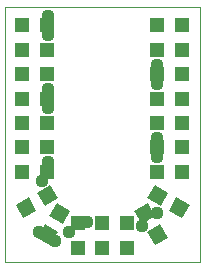
<source format=gts>
G75*
%MOIN*%
%OFA0B0*%
%FSLAX24Y24*%
%IPPOS*%
%LPD*%
%AMOC8*
5,1,8,0,0,1.08239X$1,22.5*
%
%ADD10C,0.0000*%
%ADD11R,0.0512X0.0512*%
%ADD12R,0.0512X0.0512*%
%ADD13C,0.0437*%
D10*
X002392Y002517D02*
X002392Y011017D01*
X008892Y011017D01*
X008892Y002517D01*
X002392Y002517D01*
D11*
X004829Y002978D03*
X005642Y002978D03*
X005642Y003805D03*
X004829Y003805D03*
X003805Y005517D03*
X003805Y006329D03*
X003805Y007142D03*
X003805Y007954D03*
X003805Y008767D03*
X003805Y009579D03*
X003805Y010392D03*
X002978Y010392D03*
X002978Y009579D03*
X002978Y008767D03*
X002978Y007954D03*
X002978Y007142D03*
X002978Y006329D03*
X002978Y005517D03*
X006454Y003805D03*
X006454Y002978D03*
X007478Y005517D03*
X007478Y006329D03*
X007478Y007142D03*
X007478Y007954D03*
X007478Y008767D03*
X007478Y009579D03*
X007478Y010392D03*
X008305Y010392D03*
X008305Y009579D03*
X008305Y008767D03*
X008305Y007954D03*
X008305Y007142D03*
X008305Y006329D03*
X008305Y005517D03*
D12*
G36*
X007837Y004816D02*
X007581Y004374D01*
X007139Y004630D01*
X007395Y005072D01*
X007837Y004816D01*
G37*
G36*
X008553Y004403D02*
X008297Y003961D01*
X007855Y004217D01*
X008111Y004659D01*
X008553Y004403D01*
G37*
G36*
X007822Y003316D02*
X007380Y003060D01*
X007124Y003502D01*
X007566Y003758D01*
X007822Y003316D01*
G37*
G36*
X007409Y004032D02*
X006967Y003776D01*
X006711Y004218D01*
X007153Y004474D01*
X007409Y004032D01*
G37*
G36*
X004316Y003776D02*
X003874Y004032D01*
X004130Y004474D01*
X004572Y004218D01*
X004316Y003776D01*
G37*
G36*
X003903Y003060D02*
X003461Y003316D01*
X003717Y003758D01*
X004159Y003502D01*
X003903Y003060D01*
G37*
G36*
X003003Y003961D02*
X002747Y004403D01*
X003189Y004659D01*
X003445Y004217D01*
X003003Y003961D01*
G37*
G36*
X003719Y004374D02*
X003463Y004816D01*
X003905Y005072D01*
X004161Y004630D01*
X003719Y004374D01*
G37*
D13*
X003642Y005204D03*
X003829Y005829D03*
X003829Y007642D03*
X003829Y008267D03*
X003829Y010079D03*
X003829Y010704D03*
X007454Y009079D03*
X007454Y008454D03*
X007454Y006642D03*
X007454Y006017D03*
X007454Y004142D03*
X006954Y003704D03*
X005142Y003829D03*
X004517Y003517D03*
X004079Y003204D03*
X003517Y003517D03*
M02*

</source>
